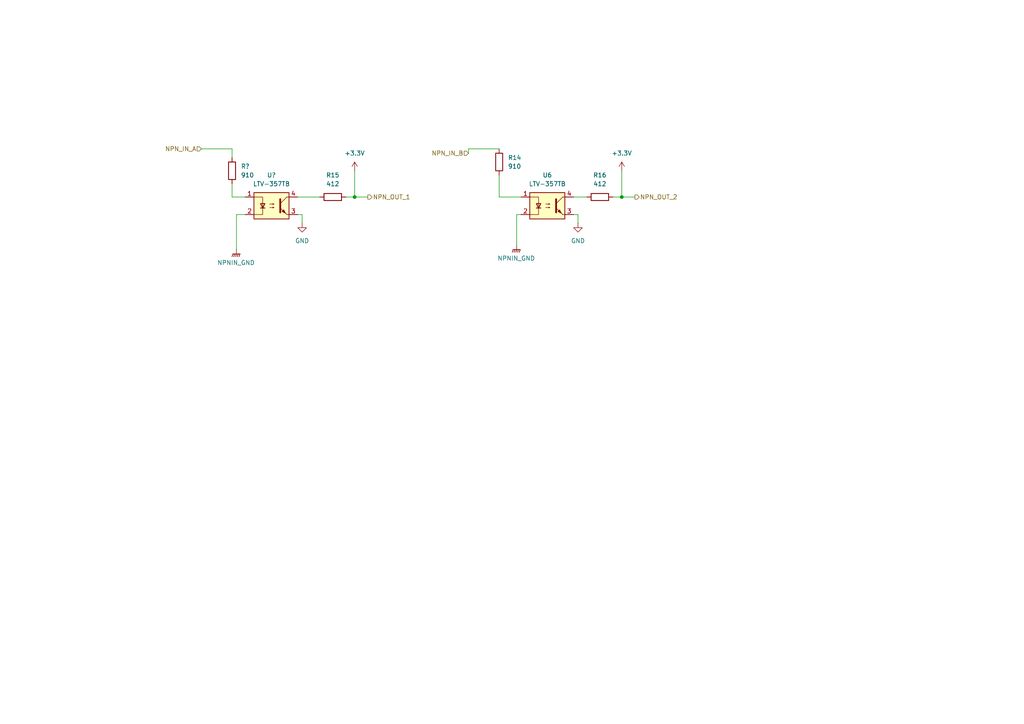
<source format=kicad_sch>
(kicad_sch
	(version 20250114)
	(generator "eeschema")
	(generator_version "9.0")
	(uuid "7931994b-b022-4e4b-85ad-85189c035f31")
	(paper "A4")
	(lib_symbols
		(symbol "Device:R"
			(pin_numbers
				(hide yes)
			)
			(pin_names
				(offset 0)
			)
			(exclude_from_sim no)
			(in_bom yes)
			(on_board yes)
			(property "Reference" "R"
				(at 2.032 0 90)
				(effects
					(font
						(size 1.27 1.27)
					)
				)
			)
			(property "Value" "R"
				(at 0 0 90)
				(effects
					(font
						(size 1.27 1.27)
					)
				)
			)
			(property "Footprint" ""
				(at -1.778 0 90)
				(effects
					(font
						(size 1.27 1.27)
					)
					(hide yes)
				)
			)
			(property "Datasheet" "~"
				(at 0 0 0)
				(effects
					(font
						(size 1.27 1.27)
					)
					(hide yes)
				)
			)
			(property "Description" "Resistor"
				(at 0 0 0)
				(effects
					(font
						(size 1.27 1.27)
					)
					(hide yes)
				)
			)
			(property "ki_keywords" "R res resistor"
				(at 0 0 0)
				(effects
					(font
						(size 1.27 1.27)
					)
					(hide yes)
				)
			)
			(property "ki_fp_filters" "R_*"
				(at 0 0 0)
				(effects
					(font
						(size 1.27 1.27)
					)
					(hide yes)
				)
			)
			(symbol "R_0_1"
				(rectangle
					(start -1.016 -2.54)
					(end 1.016 2.54)
					(stroke
						(width 0.254)
						(type default)
					)
					(fill
						(type none)
					)
				)
			)
			(symbol "R_1_1"
				(pin passive line
					(at 0 3.81 270)
					(length 1.27)
					(name "~"
						(effects
							(font
								(size 1.27 1.27)
							)
						)
					)
					(number "1"
						(effects
							(font
								(size 1.27 1.27)
							)
						)
					)
				)
				(pin passive line
					(at 0 -3.81 90)
					(length 1.27)
					(name "~"
						(effects
							(font
								(size 1.27 1.27)
							)
						)
					)
					(number "2"
						(effects
							(font
								(size 1.27 1.27)
							)
						)
					)
				)
			)
			(embedded_fonts no)
		)
		(symbol "Isolator:LTV-357T"
			(pin_names
				(offset 1.016)
			)
			(exclude_from_sim no)
			(in_bom yes)
			(on_board yes)
			(property "Reference" "U"
				(at -5.334 4.826 0)
				(effects
					(font
						(size 1.27 1.27)
					)
					(justify left)
				)
			)
			(property "Value" "LTV-357T"
				(at 0 5.08 0)
				(effects
					(font
						(size 1.27 1.27)
					)
					(justify left)
				)
			)
			(property "Footprint" "Package_SO:SO-4_4.4x3.6mm_P2.54mm"
				(at -5.08 -5.08 0)
				(effects
					(font
						(size 1.27 1.27)
						(italic yes)
					)
					(justify left)
					(hide yes)
				)
			)
			(property "Datasheet" "https://www.buerklin.com/medias/sys_master/download/download/h91/ha0/8892020588574.pdf"
				(at 0 0 0)
				(effects
					(font
						(size 1.27 1.27)
					)
					(justify left)
					(hide yes)
				)
			)
			(property "Description" "DC Optocoupler, Vce 35V, CTR 50%, SO-4"
				(at 0 0 0)
				(effects
					(font
						(size 1.27 1.27)
					)
					(hide yes)
				)
			)
			(property "ki_keywords" "NPN DC Optocoupler"
				(at 0 0 0)
				(effects
					(font
						(size 1.27 1.27)
					)
					(hide yes)
				)
			)
			(property "ki_fp_filters" "SO*4.4x3.6mm*P2.54mm*"
				(at 0 0 0)
				(effects
					(font
						(size 1.27 1.27)
					)
					(hide yes)
				)
			)
			(symbol "LTV-357T_0_1"
				(rectangle
					(start -5.08 3.81)
					(end 5.08 -3.81)
					(stroke
						(width 0.254)
						(type default)
					)
					(fill
						(type background)
					)
				)
				(polyline
					(pts
						(xy -5.08 2.54) (xy -2.54 2.54) (xy -2.54 -0.762)
					)
					(stroke
						(width 0)
						(type default)
					)
					(fill
						(type none)
					)
				)
				(polyline
					(pts
						(xy -3.175 -0.635) (xy -1.905 -0.635)
					)
					(stroke
						(width 0.254)
						(type default)
					)
					(fill
						(type none)
					)
				)
				(polyline
					(pts
						(xy -2.54 -0.635) (xy -2.54 -2.54) (xy -5.08 -2.54)
					)
					(stroke
						(width 0)
						(type default)
					)
					(fill
						(type none)
					)
				)
				(polyline
					(pts
						(xy -2.54 -0.635) (xy -3.175 0.635) (xy -1.905 0.635) (xy -2.54 -0.635)
					)
					(stroke
						(width 0.254)
						(type default)
					)
					(fill
						(type none)
					)
				)
				(polyline
					(pts
						(xy -0.508 0.508) (xy 0.762 0.508) (xy 0.381 0.381) (xy 0.381 0.635) (xy 0.762 0.508)
					)
					(stroke
						(width 0)
						(type default)
					)
					(fill
						(type none)
					)
				)
				(polyline
					(pts
						(xy -0.508 -0.508) (xy 0.762 -0.508) (xy 0.381 -0.635) (xy 0.381 -0.381) (xy 0.762 -0.508)
					)
					(stroke
						(width 0)
						(type default)
					)
					(fill
						(type none)
					)
				)
				(polyline
					(pts
						(xy 2.54 1.905) (xy 2.54 -1.905) (xy 2.54 -1.905)
					)
					(stroke
						(width 0.508)
						(type default)
					)
					(fill
						(type none)
					)
				)
				(polyline
					(pts
						(xy 2.54 0.635) (xy 4.445 2.54)
					)
					(stroke
						(width 0)
						(type default)
					)
					(fill
						(type none)
					)
				)
				(polyline
					(pts
						(xy 3.048 -1.651) (xy 3.556 -1.143) (xy 4.064 -2.159) (xy 3.048 -1.651) (xy 3.048 -1.651)
					)
					(stroke
						(width 0)
						(type default)
					)
					(fill
						(type outline)
					)
				)
				(polyline
					(pts
						(xy 4.445 2.54) (xy 5.08 2.54)
					)
					(stroke
						(width 0)
						(type default)
					)
					(fill
						(type none)
					)
				)
				(polyline
					(pts
						(xy 4.445 -2.54) (xy 2.54 -0.635)
					)
					(stroke
						(width 0)
						(type default)
					)
					(fill
						(type outline)
					)
				)
				(polyline
					(pts
						(xy 4.445 -2.54) (xy 5.08 -2.54)
					)
					(stroke
						(width 0)
						(type default)
					)
					(fill
						(type none)
					)
				)
			)
			(symbol "LTV-357T_1_1"
				(pin passive line
					(at -7.62 2.54 0)
					(length 2.54)
					(name "~"
						(effects
							(font
								(size 1.27 1.27)
							)
						)
					)
					(number "1"
						(effects
							(font
								(size 1.27 1.27)
							)
						)
					)
				)
				(pin passive line
					(at -7.62 -2.54 0)
					(length 2.54)
					(name "~"
						(effects
							(font
								(size 1.27 1.27)
							)
						)
					)
					(number "2"
						(effects
							(font
								(size 1.27 1.27)
							)
						)
					)
				)
				(pin passive line
					(at 7.62 2.54 180)
					(length 2.54)
					(name "~"
						(effects
							(font
								(size 1.27 1.27)
							)
						)
					)
					(number "4"
						(effects
							(font
								(size 1.27 1.27)
							)
						)
					)
				)
				(pin passive line
					(at 7.62 -2.54 180)
					(length 2.54)
					(name "~"
						(effects
							(font
								(size 1.27 1.27)
							)
						)
					)
					(number "3"
						(effects
							(font
								(size 1.27 1.27)
							)
						)
					)
				)
			)
			(embedded_fonts no)
		)
		(symbol "power:+3.3V"
			(power)
			(pin_numbers
				(hide yes)
			)
			(pin_names
				(offset 0)
				(hide yes)
			)
			(exclude_from_sim no)
			(in_bom yes)
			(on_board yes)
			(property "Reference" "#PWR"
				(at 0 -3.81 0)
				(effects
					(font
						(size 1.27 1.27)
					)
					(hide yes)
				)
			)
			(property "Value" "+3.3V"
				(at 0 3.556 0)
				(effects
					(font
						(size 1.27 1.27)
					)
				)
			)
			(property "Footprint" ""
				(at 0 0 0)
				(effects
					(font
						(size 1.27 1.27)
					)
					(hide yes)
				)
			)
			(property "Datasheet" ""
				(at 0 0 0)
				(effects
					(font
						(size 1.27 1.27)
					)
					(hide yes)
				)
			)
			(property "Description" "Power symbol creates a global label with name \"+3.3V\""
				(at 0 0 0)
				(effects
					(font
						(size 1.27 1.27)
					)
					(hide yes)
				)
			)
			(property "ki_keywords" "global power"
				(at 0 0 0)
				(effects
					(font
						(size 1.27 1.27)
					)
					(hide yes)
				)
			)
			(symbol "+3.3V_0_1"
				(polyline
					(pts
						(xy -0.762 1.27) (xy 0 2.54)
					)
					(stroke
						(width 0)
						(type default)
					)
					(fill
						(type none)
					)
				)
				(polyline
					(pts
						(xy 0 2.54) (xy 0.762 1.27)
					)
					(stroke
						(width 0)
						(type default)
					)
					(fill
						(type none)
					)
				)
				(polyline
					(pts
						(xy 0 0) (xy 0 2.54)
					)
					(stroke
						(width 0)
						(type default)
					)
					(fill
						(type none)
					)
				)
			)
			(symbol "+3.3V_1_1"
				(pin power_in line
					(at 0 0 90)
					(length 0)
					(name "~"
						(effects
							(font
								(size 1.27 1.27)
							)
						)
					)
					(number "1"
						(effects
							(font
								(size 1.27 1.27)
							)
						)
					)
				)
			)
			(embedded_fonts no)
		)
		(symbol "power:GND"
			(power)
			(pin_numbers
				(hide yes)
			)
			(pin_names
				(offset 0)
				(hide yes)
			)
			(exclude_from_sim no)
			(in_bom yes)
			(on_board yes)
			(property "Reference" "#PWR"
				(at 0 -6.35 0)
				(effects
					(font
						(size 1.27 1.27)
					)
					(hide yes)
				)
			)
			(property "Value" "GND"
				(at 0 -3.81 0)
				(effects
					(font
						(size 1.27 1.27)
					)
				)
			)
			(property "Footprint" ""
				(at 0 0 0)
				(effects
					(font
						(size 1.27 1.27)
					)
					(hide yes)
				)
			)
			(property "Datasheet" ""
				(at 0 0 0)
				(effects
					(font
						(size 1.27 1.27)
					)
					(hide yes)
				)
			)
			(property "Description" "Power symbol creates a global label with name \"GND\" , ground"
				(at 0 0 0)
				(effects
					(font
						(size 1.27 1.27)
					)
					(hide yes)
				)
			)
			(property "ki_keywords" "global power"
				(at 0 0 0)
				(effects
					(font
						(size 1.27 1.27)
					)
					(hide yes)
				)
			)
			(symbol "GND_0_1"
				(polyline
					(pts
						(xy 0 0) (xy 0 -1.27) (xy 1.27 -1.27) (xy 0 -2.54) (xy -1.27 -1.27) (xy 0 -1.27)
					)
					(stroke
						(width 0)
						(type default)
					)
					(fill
						(type none)
					)
				)
			)
			(symbol "GND_1_1"
				(pin power_in line
					(at 0 0 270)
					(length 0)
					(name "~"
						(effects
							(font
								(size 1.27 1.27)
							)
						)
					)
					(number "1"
						(effects
							(font
								(size 1.27 1.27)
							)
						)
					)
				)
			)
			(embedded_fonts no)
		)
		(symbol "power:GNDPWR"
			(power)
			(pin_numbers
				(hide yes)
			)
			(pin_names
				(offset 0)
				(hide yes)
			)
			(exclude_from_sim no)
			(in_bom yes)
			(on_board yes)
			(property "Reference" "#PWR"
				(at 0 -5.08 0)
				(effects
					(font
						(size 1.27 1.27)
					)
					(hide yes)
				)
			)
			(property "Value" "GNDPWR"
				(at 0 -3.302 0)
				(effects
					(font
						(size 1.27 1.27)
					)
				)
			)
			(property "Footprint" ""
				(at 0 -1.27 0)
				(effects
					(font
						(size 1.27 1.27)
					)
					(hide yes)
				)
			)
			(property "Datasheet" ""
				(at 0 -1.27 0)
				(effects
					(font
						(size 1.27 1.27)
					)
					(hide yes)
				)
			)
			(property "Description" "Power symbol creates a global label with name \"GNDPWR\" , global ground"
				(at 0 0 0)
				(effects
					(font
						(size 1.27 1.27)
					)
					(hide yes)
				)
			)
			(property "ki_keywords" "global ground"
				(at 0 0 0)
				(effects
					(font
						(size 1.27 1.27)
					)
					(hide yes)
				)
			)
			(symbol "GNDPWR_0_1"
				(polyline
					(pts
						(xy -1.016 -1.27) (xy -1.27 -2.032) (xy -1.27 -2.032)
					)
					(stroke
						(width 0.2032)
						(type default)
					)
					(fill
						(type none)
					)
				)
				(polyline
					(pts
						(xy -0.508 -1.27) (xy -0.762 -2.032) (xy -0.762 -2.032)
					)
					(stroke
						(width 0.2032)
						(type default)
					)
					(fill
						(type none)
					)
				)
				(polyline
					(pts
						(xy 0 -1.27) (xy 0 0)
					)
					(stroke
						(width 0)
						(type default)
					)
					(fill
						(type none)
					)
				)
				(polyline
					(pts
						(xy 0 -1.27) (xy -0.254 -2.032) (xy -0.254 -2.032)
					)
					(stroke
						(width 0.2032)
						(type default)
					)
					(fill
						(type none)
					)
				)
				(polyline
					(pts
						(xy 0.508 -1.27) (xy 0.254 -2.032) (xy 0.254 -2.032)
					)
					(stroke
						(width 0.2032)
						(type default)
					)
					(fill
						(type none)
					)
				)
				(polyline
					(pts
						(xy 1.016 -1.27) (xy -1.016 -1.27) (xy -1.016 -1.27)
					)
					(stroke
						(width 0.2032)
						(type default)
					)
					(fill
						(type none)
					)
				)
				(polyline
					(pts
						(xy 1.016 -1.27) (xy 0.762 -2.032) (xy 0.762 -2.032) (xy 0.762 -2.032)
					)
					(stroke
						(width 0.2032)
						(type default)
					)
					(fill
						(type none)
					)
				)
			)
			(symbol "GNDPWR_1_1"
				(pin power_in line
					(at 0 0 270)
					(length 0)
					(name "~"
						(effects
							(font
								(size 1.27 1.27)
							)
						)
					)
					(number "1"
						(effects
							(font
								(size 1.27 1.27)
							)
						)
					)
				)
			)
			(embedded_fonts no)
		)
	)
	(junction
		(at 180.34 57.15)
		(diameter 0)
		(color 0 0 0 0)
		(uuid "6e2b0637-c822-486a-878a-94369d9e5043")
	)
	(junction
		(at 102.87 57.15)
		(diameter 0)
		(color 0 0 0 0)
		(uuid "e8aa149d-75a3-43f2-96d0-6c238d386b71")
	)
	(wire
		(pts
			(xy 67.31 43.18) (xy 67.31 45.72)
		)
		(stroke
			(width 0)
			(type default)
		)
		(uuid "06678020-6a3a-4b58-92a2-12309f5fc767")
	)
	(wire
		(pts
			(xy 102.87 57.15) (xy 106.68 57.15)
		)
		(stroke
			(width 0)
			(type default)
		)
		(uuid "1397da99-34c0-4ce7-947f-7a6d27292bd7")
	)
	(wire
		(pts
			(xy 68.58 62.23) (xy 71.12 62.23)
		)
		(stroke
			(width 0)
			(type default)
		)
		(uuid "19589427-5037-475f-ac8e-59ca4118fb2c")
	)
	(wire
		(pts
			(xy 177.8 57.15) (xy 180.34 57.15)
		)
		(stroke
			(width 0)
			(type default)
		)
		(uuid "25c78f20-818d-4cc4-8ea5-84d3b2c866a7")
	)
	(wire
		(pts
			(xy 149.86 62.23) (xy 151.13 62.23)
		)
		(stroke
			(width 0)
			(type default)
		)
		(uuid "28852e93-acd5-4a93-926a-ce1f4a9be756")
	)
	(wire
		(pts
			(xy 135.89 43.18) (xy 135.89 44.45)
		)
		(stroke
			(width 0)
			(type default)
		)
		(uuid "318bb271-b455-4b43-8408-92ad1609ef9a")
	)
	(wire
		(pts
			(xy 100.33 57.15) (xy 102.87 57.15)
		)
		(stroke
			(width 0)
			(type default)
		)
		(uuid "322fef59-f3ff-43cc-821f-2bccd6f7a001")
	)
	(wire
		(pts
			(xy 86.36 62.23) (xy 87.63 62.23)
		)
		(stroke
			(width 0)
			(type default)
		)
		(uuid "478ee1d2-8835-41c4-a43b-58a6bdfea7dd")
	)
	(wire
		(pts
			(xy 166.37 62.23) (xy 167.64 62.23)
		)
		(stroke
			(width 0)
			(type default)
		)
		(uuid "54960eac-e199-4811-87e5-bcda93668691")
	)
	(wire
		(pts
			(xy 180.34 57.15) (xy 184.15 57.15)
		)
		(stroke
			(width 0)
			(type default)
		)
		(uuid "60470541-dd0c-4206-89d1-146b98ed13c3")
	)
	(wire
		(pts
			(xy 144.78 43.18) (xy 135.89 43.18)
		)
		(stroke
			(width 0)
			(type default)
		)
		(uuid "64d4fe65-0a97-43b6-a452-1bd3743be3cb")
	)
	(wire
		(pts
			(xy 68.58 72.39) (xy 68.58 62.23)
		)
		(stroke
			(width 0)
			(type default)
		)
		(uuid "6ade0803-c3fc-4ef1-a43c-107e0a47e909")
	)
	(wire
		(pts
			(xy 87.63 64.77) (xy 87.63 62.23)
		)
		(stroke
			(width 0)
			(type default)
		)
		(uuid "7c6be54d-e410-43de-a405-17fc1d407d23")
	)
	(wire
		(pts
			(xy 166.37 57.15) (xy 170.18 57.15)
		)
		(stroke
			(width 0)
			(type default)
		)
		(uuid "7ed5a491-8a74-4b8e-aa9c-6976ffa39768")
	)
	(wire
		(pts
			(xy 67.31 57.15) (xy 71.12 57.15)
		)
		(stroke
			(width 0)
			(type default)
		)
		(uuid "93267a59-2b43-484e-bd09-ca20a9286c94")
	)
	(wire
		(pts
			(xy 102.87 49.53) (xy 102.87 57.15)
		)
		(stroke
			(width 0)
			(type default)
		)
		(uuid "9351fff8-5e52-4f69-887c-4a78a3259d0b")
	)
	(wire
		(pts
			(xy 180.34 49.53) (xy 180.34 57.15)
		)
		(stroke
			(width 0)
			(type default)
		)
		(uuid "a62fc6d5-42d2-4e46-993d-6253be78b240")
	)
	(wire
		(pts
			(xy 144.78 57.15) (xy 151.13 57.15)
		)
		(stroke
			(width 0)
			(type default)
		)
		(uuid "ae5738ac-7a21-4cec-9655-2e71e22e3a91")
	)
	(wire
		(pts
			(xy 58.42 43.18) (xy 67.31 43.18)
		)
		(stroke
			(width 0)
			(type default)
		)
		(uuid "c571ea2b-5706-487f-8c8b-1ab213a4f7ed")
	)
	(wire
		(pts
			(xy 86.36 57.15) (xy 92.71 57.15)
		)
		(stroke
			(width 0)
			(type default)
		)
		(uuid "c73c1b9e-fbd6-463d-8ba8-a0b7138b4e60")
	)
	(wire
		(pts
			(xy 167.64 64.77) (xy 167.64 62.23)
		)
		(stroke
			(width 0)
			(type default)
		)
		(uuid "d0a40739-5e4d-4c28-b1c0-6e154179f506")
	)
	(wire
		(pts
			(xy 67.31 53.34) (xy 67.31 57.15)
		)
		(stroke
			(width 0)
			(type default)
		)
		(uuid "f5e9b22d-0b32-4ae1-9579-307dbf1203b3")
	)
	(wire
		(pts
			(xy 144.78 50.8) (xy 144.78 57.15)
		)
		(stroke
			(width 0)
			(type default)
		)
		(uuid "f6b46514-77a8-42ba-be30-a91dc961ba47")
	)
	(wire
		(pts
			(xy 149.86 71.12) (xy 149.86 62.23)
		)
		(stroke
			(width 0)
			(type default)
		)
		(uuid "f938ae31-01e2-43b5-b06d-de6e863f6fb3")
	)
	(hierarchical_label "NPN_IN_B"
		(shape input)
		(at 135.89 44.45 180)
		(effects
			(font
				(size 1.27 1.27)
			)
			(justify right)
		)
		(uuid "335b00e0-cbf5-45af-b462-4284a40ce51c")
	)
	(hierarchical_label "NPN_IN_A"
		(shape input)
		(at 58.42 43.18 180)
		(effects
			(font
				(size 1.27 1.27)
			)
			(justify right)
		)
		(uuid "5d1eac1d-291f-44a6-bba2-150d93c21881")
	)
	(hierarchical_label "NPN_OUT_1"
		(shape output)
		(at 106.68 57.15 0)
		(effects
			(font
				(size 1.27 1.27)
			)
			(justify left)
		)
		(uuid "8b1f6241-3d62-4ac9-8eea-57d5d350afca")
	)
	(hierarchical_label "NPN_OUT_2"
		(shape output)
		(at 184.15 57.15 0)
		(effects
			(font
				(size 1.27 1.27)
			)
			(justify left)
		)
		(uuid "f90a3478-d35d-4c78-b1f0-bc5d2f2e12d7")
	)
	(symbol
		(lib_id "Device:R")
		(at 96.52 57.15 270)
		(unit 1)
		(exclude_from_sim no)
		(in_bom yes)
		(on_board yes)
		(dnp no)
		(fields_autoplaced yes)
		(uuid "02125e8b-e80a-4961-8177-097416d160aa")
		(property "Reference" "R15"
			(at 96.52 50.8 90)
			(effects
				(font
					(size 1.27 1.27)
				)
			)
		)
		(property "Value" "412"
			(at 96.52 53.34 90)
			(effects
				(font
					(size 1.27 1.27)
				)
			)
		)
		(property "Footprint" ""
			(at 96.52 55.372 90)
			(effects
				(font
					(size 1.27 1.27)
				)
				(hide yes)
			)
		)
		(property "Datasheet" "~"
			(at 96.52 57.15 0)
			(effects
				(font
					(size 1.27 1.27)
				)
				(hide yes)
			)
		)
		(property "Description" "Resistor"
			(at 96.52 57.15 0)
			(effects
				(font
					(size 1.27 1.27)
				)
				(hide yes)
			)
		)
		(pin "1"
			(uuid "fa7e0fbd-da1e-4fae-a2fa-ada9e0fdb559")
		)
		(pin "2"
			(uuid "73574391-bac2-4a38-9d00-27ef01b91014")
		)
		(instances
			(project "NIVARA PROJECT"
				(path "/dc6fb271-dfd0-4448-98f1-862b1cc93a80/2ca62569-d560-4cca-9470-52fd378086ae/e4bc3110-d036-4f35-b81c-172372c17cbe"
					(reference "R15")
					(unit 1)
				)
			)
		)
	)
	(symbol
		(lib_id "power:GNDPWR")
		(at 68.58 72.39 0)
		(unit 1)
		(exclude_from_sim no)
		(in_bom yes)
		(on_board yes)
		(dnp no)
		(fields_autoplaced yes)
		(uuid "1da6f100-e1aa-4dcd-9eab-b9bfc6483328")
		(property "Reference" "#PWR033"
			(at 68.58 77.47 0)
			(effects
				(font
					(size 1.27 1.27)
				)
				(hide yes)
			)
		)
		(property "Value" "NPNIN_GND"
			(at 68.453 76.2 0)
			(effects
				(font
					(size 1.27 1.27)
				)
			)
		)
		(property "Footprint" ""
			(at 68.58 73.66 0)
			(effects
				(font
					(size 1.27 1.27)
				)
				(hide yes)
			)
		)
		(property "Datasheet" ""
			(at 68.58 73.66 0)
			(effects
				(font
					(size 1.27 1.27)
				)
				(hide yes)
			)
		)
		(property "Description" "Power symbol creates a global label with name \"GNDPWR\" , global ground"
			(at 68.58 72.39 0)
			(effects
				(font
					(size 1.27 1.27)
				)
				(hide yes)
			)
		)
		(pin "1"
			(uuid "4179a87f-f707-4c15-aaf1-c4a32c44a599")
		)
		(instances
			(project "NIVARA PROJECT"
				(path "/dc6fb271-dfd0-4448-98f1-862b1cc93a80/2ca62569-d560-4cca-9470-52fd378086ae/e4bc3110-d036-4f35-b81c-172372c17cbe"
					(reference "#PWR033")
					(unit 1)
				)
			)
		)
	)
	(symbol
		(lib_id "power:GND")
		(at 87.63 64.77 0)
		(unit 1)
		(exclude_from_sim no)
		(in_bom yes)
		(on_board yes)
		(dnp no)
		(fields_autoplaced yes)
		(uuid "35a8e1d0-45f9-4934-8151-4b6672c36e3e")
		(property "Reference" "#PWR035"
			(at 87.63 71.12 0)
			(effects
				(font
					(size 1.27 1.27)
				)
				(hide yes)
			)
		)
		(property "Value" "GND"
			(at 87.63 69.85 0)
			(effects
				(font
					(size 1.27 1.27)
				)
			)
		)
		(property "Footprint" ""
			(at 87.63 64.77 0)
			(effects
				(font
					(size 1.27 1.27)
				)
				(hide yes)
			)
		)
		(property "Datasheet" ""
			(at 87.63 64.77 0)
			(effects
				(font
					(size 1.27 1.27)
				)
				(hide yes)
			)
		)
		(property "Description" "Power symbol creates a global label with name \"GND\" , ground"
			(at 87.63 64.77 0)
			(effects
				(font
					(size 1.27 1.27)
				)
				(hide yes)
			)
		)
		(pin "1"
			(uuid "8090256b-fb4c-4a7b-ae46-70d0777ceec9")
		)
		(instances
			(project "NIVARA PROJECT"
				(path "/dc6fb271-dfd0-4448-98f1-862b1cc93a80/2ca62569-d560-4cca-9470-52fd378086ae/e4bc3110-d036-4f35-b81c-172372c17cbe"
					(reference "#PWR035")
					(unit 1)
				)
			)
		)
	)
	(symbol
		(lib_id "Device:R")
		(at 173.99 57.15 270)
		(unit 1)
		(exclude_from_sim no)
		(in_bom yes)
		(on_board yes)
		(dnp no)
		(fields_autoplaced yes)
		(uuid "47ccd803-efac-407d-a4f4-03bb6e0d35ad")
		(property "Reference" "R16"
			(at 173.99 50.8 90)
			(effects
				(font
					(size 1.27 1.27)
				)
			)
		)
		(property "Value" "412"
			(at 173.99 53.34 90)
			(effects
				(font
					(size 1.27 1.27)
				)
			)
		)
		(property "Footprint" ""
			(at 173.99 55.372 90)
			(effects
				(font
					(size 1.27 1.27)
				)
				(hide yes)
			)
		)
		(property "Datasheet" "~"
			(at 173.99 57.15 0)
			(effects
				(font
					(size 1.27 1.27)
				)
				(hide yes)
			)
		)
		(property "Description" "Resistor"
			(at 173.99 57.15 0)
			(effects
				(font
					(size 1.27 1.27)
				)
				(hide yes)
			)
		)
		(pin "1"
			(uuid "691d132e-3af8-4fd1-91b3-2af876e95e8e")
		)
		(pin "2"
			(uuid "e6b4ca1c-ccd6-439f-ab29-f8a88fcf8ca7")
		)
		(instances
			(project "NIVARA PROJECT"
				(path "/dc6fb271-dfd0-4448-98f1-862b1cc93a80/2ca62569-d560-4cca-9470-52fd378086ae/e4bc3110-d036-4f35-b81c-172372c17cbe"
					(reference "R16")
					(unit 1)
				)
			)
		)
	)
	(symbol
		(lib_id "Isolator:LTV-357T")
		(at 158.75 59.69 0)
		(unit 1)
		(exclude_from_sim no)
		(in_bom yes)
		(on_board yes)
		(dnp no)
		(fields_autoplaced yes)
		(uuid "504cebda-a20b-445e-bfde-5e923165c6b9")
		(property "Reference" "U6"
			(at 158.75 50.8 0)
			(effects
				(font
					(size 1.27 1.27)
				)
			)
		)
		(property "Value" "LTV-357TB"
			(at 158.75 53.34 0)
			(effects
				(font
					(size 1.27 1.27)
				)
			)
		)
		(property "Footprint" "Package_SO:SO-4_4.4x3.6mm_P2.54mm"
			(at 153.67 64.77 0)
			(effects
				(font
					(size 1.27 1.27)
					(italic yes)
				)
				(justify left)
				(hide yes)
			)
		)
		(property "Datasheet" "https://www.buerklin.com/medias/sys_master/download/download/h91/ha0/8892020588574.pdf"
			(at 158.75 59.69 0)
			(effects
				(font
					(size 1.27 1.27)
				)
				(justify left)
				(hide yes)
			)
		)
		(property "Description" "DC Optocoupler, Vce 35V, CTR 50%, SO-4"
			(at 158.75 59.69 0)
			(effects
				(font
					(size 1.27 1.27)
				)
				(hide yes)
			)
		)
		(pin "3"
			(uuid "cb5573bf-2ec2-4f1a-a28a-e6d265fd4e71")
		)
		(pin "1"
			(uuid "86e9729a-97a7-4b97-a7a3-552540cb618c")
		)
		(pin "2"
			(uuid "1d1bafcd-21b4-4ce8-9c1c-9aacac1060ac")
		)
		(pin "4"
			(uuid "58cf1136-952d-420a-a276-1258e88cbd2e")
		)
		(instances
			(project "NIVARA PROJECT"
				(path "/dc6fb271-dfd0-4448-98f1-862b1cc93a80/2ca62569-d560-4cca-9470-52fd378086ae/e4bc3110-d036-4f35-b81c-172372c17cbe"
					(reference "U6")
					(unit 1)
				)
			)
		)
	)
	(symbol
		(lib_id "power:GNDPWR")
		(at 149.86 71.12 0)
		(unit 1)
		(exclude_from_sim no)
		(in_bom yes)
		(on_board yes)
		(dnp no)
		(fields_autoplaced yes)
		(uuid "69175243-4043-454e-b746-c3ba616f2703")
		(property "Reference" "#PWR034"
			(at 149.86 76.2 0)
			(effects
				(font
					(size 1.27 1.27)
				)
				(hide yes)
			)
		)
		(property "Value" "NPNIN_GND"
			(at 149.733 74.93 0)
			(effects
				(font
					(size 1.27 1.27)
				)
			)
		)
		(property "Footprint" ""
			(at 149.86 72.39 0)
			(effects
				(font
					(size 1.27 1.27)
				)
				(hide yes)
			)
		)
		(property "Datasheet" ""
			(at 149.86 72.39 0)
			(effects
				(font
					(size 1.27 1.27)
				)
				(hide yes)
			)
		)
		(property "Description" "Power symbol creates a global label with name \"GNDPWR\" , global ground"
			(at 149.86 71.12 0)
			(effects
				(font
					(size 1.27 1.27)
				)
				(hide yes)
			)
		)
		(pin "1"
			(uuid "4a336403-67e9-4f82-8193-dd65a4df104a")
		)
		(instances
			(project "NIVARA PROJECT"
				(path "/dc6fb271-dfd0-4448-98f1-862b1cc93a80/2ca62569-d560-4cca-9470-52fd378086ae/e4bc3110-d036-4f35-b81c-172372c17cbe"
					(reference "#PWR034")
					(unit 1)
				)
			)
		)
	)
	(symbol
		(lib_id "power:GND")
		(at 167.64 64.77 0)
		(unit 1)
		(exclude_from_sim no)
		(in_bom yes)
		(on_board yes)
		(dnp no)
		(fields_autoplaced yes)
		(uuid "a728eb47-896f-4121-86df-cd5099425263")
		(property "Reference" "#PWR036"
			(at 167.64 71.12 0)
			(effects
				(font
					(size 1.27 1.27)
				)
				(hide yes)
			)
		)
		(property "Value" "GND"
			(at 167.64 69.85 0)
			(effects
				(font
					(size 1.27 1.27)
				)
			)
		)
		(property "Footprint" ""
			(at 167.64 64.77 0)
			(effects
				(font
					(size 1.27 1.27)
				)
				(hide yes)
			)
		)
		(property "Datasheet" ""
			(at 167.64 64.77 0)
			(effects
				(font
					(size 1.27 1.27)
				)
				(hide yes)
			)
		)
		(property "Description" "Power symbol creates a global label with name \"GND\" , ground"
			(at 167.64 64.77 0)
			(effects
				(font
					(size 1.27 1.27)
				)
				(hide yes)
			)
		)
		(pin "1"
			(uuid "8d64386f-1ab8-4023-b290-7ef62814ad05")
		)
		(instances
			(project "NIVARA PROJECT"
				(path "/dc6fb271-dfd0-4448-98f1-862b1cc93a80/2ca62569-d560-4cca-9470-52fd378086ae/e4bc3110-d036-4f35-b81c-172372c17cbe"
					(reference "#PWR036")
					(unit 1)
				)
			)
		)
	)
	(symbol
		(lib_id "power:+3.3V")
		(at 180.34 49.53 0)
		(unit 1)
		(exclude_from_sim no)
		(in_bom yes)
		(on_board yes)
		(dnp no)
		(fields_autoplaced yes)
		(uuid "aec7cebf-2291-47fb-9846-6b218f9acfa2")
		(property "Reference" "#PWR038"
			(at 180.34 53.34 0)
			(effects
				(font
					(size 1.27 1.27)
				)
				(hide yes)
			)
		)
		(property "Value" "+3.3V"
			(at 180.34 44.45 0)
			(effects
				(font
					(size 1.27 1.27)
				)
			)
		)
		(property "Footprint" ""
			(at 180.34 49.53 0)
			(effects
				(font
					(size 1.27 1.27)
				)
				(hide yes)
			)
		)
		(property "Datasheet" ""
			(at 180.34 49.53 0)
			(effects
				(font
					(size 1.27 1.27)
				)
				(hide yes)
			)
		)
		(property "Description" "Power symbol creates a global label with name \"+3.3V\""
			(at 180.34 49.53 0)
			(effects
				(font
					(size 1.27 1.27)
				)
				(hide yes)
			)
		)
		(pin "1"
			(uuid "b368f91b-20d9-491b-bf72-5e825a620cae")
		)
		(instances
			(project "NIVARA PROJECT"
				(path "/dc6fb271-dfd0-4448-98f1-862b1cc93a80/2ca62569-d560-4cca-9470-52fd378086ae/e4bc3110-d036-4f35-b81c-172372c17cbe"
					(reference "#PWR038")
					(unit 1)
				)
			)
		)
	)
	(symbol
		(lib_id "Isolator:LTV-357T")
		(at 78.74 59.69 0)
		(unit 1)
		(exclude_from_sim no)
		(in_bom yes)
		(on_board yes)
		(dnp no)
		(fields_autoplaced yes)
		(uuid "b2fa5c26-bbd3-4db2-b952-f1ca26024f3a")
		(property "Reference" "U?"
			(at 78.74 50.8 0)
			(effects
				(font
					(size 1.27 1.27)
				)
			)
		)
		(property "Value" "LTV-357TB"
			(at 78.74 53.34 0)
			(effects
				(font
					(size 1.27 1.27)
				)
			)
		)
		(property "Footprint" "Package_SO:SO-4_4.4x3.6mm_P2.54mm"
			(at 73.66 64.77 0)
			(effects
				(font
					(size 1.27 1.27)
					(italic yes)
				)
				(justify left)
				(hide yes)
			)
		)
		(property "Datasheet" "https://www.buerklin.com/medias/sys_master/download/download/h91/ha0/8892020588574.pdf"
			(at 78.74 59.69 0)
			(effects
				(font
					(size 1.27 1.27)
				)
				(justify left)
				(hide yes)
			)
		)
		(property "Description" "DC Optocoupler, Vce 35V, CTR 50%, SO-4"
			(at 78.74 59.69 0)
			(effects
				(font
					(size 1.27 1.27)
				)
				(hide yes)
			)
		)
		(pin "3"
			(uuid "fae7e194-a150-4b2e-b8be-acbdc9c61e1b")
		)
		(pin "1"
			(uuid "47b519a8-dc43-45bb-a75c-d3a0b1ccc95a")
		)
		(pin "2"
			(uuid "7e7931be-f989-4c4f-94ee-1c6fd68172a1")
		)
		(pin "4"
			(uuid "5fc757c5-cc5c-4c43-8e2d-1c0354db5dc0")
		)
		(instances
			(project "NIVARA PROJECT"
				(path "/dc6fb271-dfd0-4448-98f1-862b1cc93a80/2ca62569-d560-4cca-9470-52fd378086ae/e4bc3110-d036-4f35-b81c-172372c17cbe"
					(reference "U?")
					(unit 1)
				)
			)
		)
	)
	(symbol
		(lib_id "power:+3.3V")
		(at 102.87 49.53 0)
		(unit 1)
		(exclude_from_sim no)
		(in_bom yes)
		(on_board yes)
		(dnp no)
		(fields_autoplaced yes)
		(uuid "b85e11ea-e9fe-48ba-be4e-8a92a5956530")
		(property "Reference" "#PWR037"
			(at 102.87 53.34 0)
			(effects
				(font
					(size 1.27 1.27)
				)
				(hide yes)
			)
		)
		(property "Value" "+3.3V"
			(at 102.87 44.45 0)
			(effects
				(font
					(size 1.27 1.27)
				)
			)
		)
		(property "Footprint" ""
			(at 102.87 49.53 0)
			(effects
				(font
					(size 1.27 1.27)
				)
				(hide yes)
			)
		)
		(property "Datasheet" ""
			(at 102.87 49.53 0)
			(effects
				(font
					(size 1.27 1.27)
				)
				(hide yes)
			)
		)
		(property "Description" "Power symbol creates a global label with name \"+3.3V\""
			(at 102.87 49.53 0)
			(effects
				(font
					(size 1.27 1.27)
				)
				(hide yes)
			)
		)
		(pin "1"
			(uuid "005a4e4e-a70c-424b-b139-94857bccd3a6")
		)
		(instances
			(project "NIVARA PROJECT"
				(path "/dc6fb271-dfd0-4448-98f1-862b1cc93a80/2ca62569-d560-4cca-9470-52fd378086ae/e4bc3110-d036-4f35-b81c-172372c17cbe"
					(reference "#PWR037")
					(unit 1)
				)
			)
		)
	)
	(symbol
		(lib_id "Device:R")
		(at 67.31 49.53 0)
		(unit 1)
		(exclude_from_sim no)
		(in_bom yes)
		(on_board yes)
		(dnp no)
		(fields_autoplaced yes)
		(uuid "ca3c2ca2-e507-4035-af88-cc947bab56e2")
		(property "Reference" "R?"
			(at 69.85 48.2599 0)
			(effects
				(font
					(size 1.27 1.27)
				)
				(justify left)
			)
		)
		(property "Value" "910"
			(at 69.85 50.7999 0)
			(effects
				(font
					(size 1.27 1.27)
				)
				(justify left)
			)
		)
		(property "Footprint" "Resistor_SMD:R_0603_1608Metric"
			(at 65.532 49.53 90)
			(effects
				(font
					(size 1.27 1.27)
				)
				(hide yes)
			)
		)
		(property "Datasheet" "~"
			(at 67.31 49.53 0)
			(effects
				(font
					(size 1.27 1.27)
				)
				(hide yes)
			)
		)
		(property "Description" "Resistor"
			(at 67.31 49.53 0)
			(effects
				(font
					(size 1.27 1.27)
				)
				(hide yes)
			)
		)
		(property "LCSC#" "C114670"
			(at 67.31 49.53 90)
			(effects
				(font
					(size 1.27 1.27)
				)
				(hide yes)
			)
		)
		(pin "1"
			(uuid "6f8869d3-c643-4227-9403-8c1098641c08")
		)
		(pin "2"
			(uuid "179dc1d5-eda6-4218-9744-83b9543b41c8")
		)
		(instances
			(project "NIVARA PROJECT"
				(path "/dc6fb271-dfd0-4448-98f1-862b1cc93a80/2ca62569-d560-4cca-9470-52fd378086ae/e4bc3110-d036-4f35-b81c-172372c17cbe"
					(reference "R?")
					(unit 1)
				)
			)
		)
	)
	(symbol
		(lib_id "Device:R")
		(at 144.78 46.99 180)
		(unit 1)
		(exclude_from_sim no)
		(in_bom yes)
		(on_board yes)
		(dnp no)
		(fields_autoplaced yes)
		(uuid "f05def07-5cb3-4f77-970e-4f819d4dff12")
		(property "Reference" "R14"
			(at 147.32 45.7199 0)
			(effects
				(font
					(size 1.27 1.27)
				)
				(justify right)
			)
		)
		(property "Value" "910"
			(at 147.32 48.2599 0)
			(effects
				(font
					(size 1.27 1.27)
				)
				(justify right)
			)
		)
		(property "Footprint" "Resistor_SMD:R_0603_1608Metric"
			(at 146.558 46.99 90)
			(effects
				(font
					(size 1.27 1.27)
				)
				(hide yes)
			)
		)
		(property "Datasheet" "~"
			(at 144.78 46.99 0)
			(effects
				(font
					(size 1.27 1.27)
				)
				(hide yes)
			)
		)
		(property "Description" "Resistor"
			(at 144.78 46.99 0)
			(effects
				(font
					(size 1.27 1.27)
				)
				(hide yes)
			)
		)
		(property "LCSC#" "C114670"
			(at 144.78 46.99 90)
			(effects
				(font
					(size 1.27 1.27)
				)
				(hide yes)
			)
		)
		(pin "1"
			(uuid "69c7b5d1-856c-477b-b91d-4c36338e4b3a")
		)
		(pin "2"
			(uuid "9ec12cfe-558e-4cf4-bfdc-471341811c80")
		)
		(instances
			(project "NIVARA PROJECT"
				(path "/dc6fb271-dfd0-4448-98f1-862b1cc93a80/2ca62569-d560-4cca-9470-52fd378086ae/e4bc3110-d036-4f35-b81c-172372c17cbe"
					(reference "R14")
					(unit 1)
				)
			)
		)
	)
)

</source>
